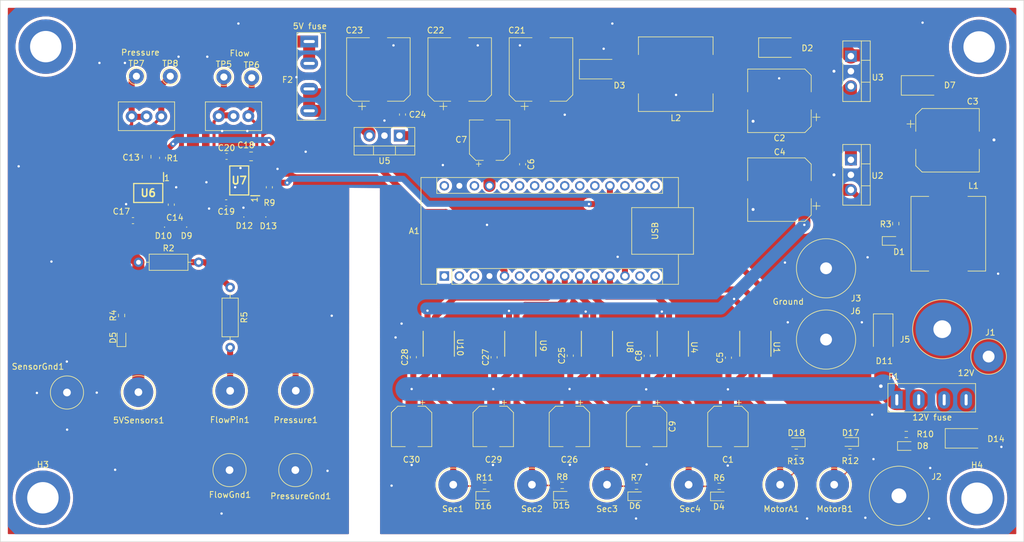
<source format=kicad_pcb>
(kicad_pcb (version 20240108) (generator "pcbnew") (generator_version "8.0")
  (title_block (title "RC14") (date "2023-09-26"))
  (layers (0 "F.Cu" signal) (31 "B.Cu" signal) (34 "B.Paste" user) (35 "F.Paste" user) (36 "B.SilkS" user "B.Silkscreen") (37 "F.SilkS" user "F.Silkscreen") (38 "B.Mask" user) (39 "F.Mask" user) (44 "Edge.Cuts" user))
  (net 0 "")
  (net 1 "GND")
  (net 2 "+5V")
  (net 3 "+12V")
  (net 4 "Net-(D3-K)")
  (net 5 "Net-(U6A-+)")
  (net 6 "Net-(A1-D8)")
  (net 7 "Net-(U7A-+)")
  (net 8 "Net-(U5-VO)")
  (net 9 "Net-(D1-A)")
  (net 10 "Net-(D2-A)")
  (net 11 "M1B")
  (net 12 "M1A")
  (net 13 "S1")
  (net 14 "S2")
  (net 15 "S3")
  (net 16 "S4")
  (net 17 "FlowSensor")
  (net 18 "Net-(A1-D5)")
  (net 21 "PressureSensor")
  (net 22 "Net-(A1-D7)")
  (net 23 "Net-(A1-D6)")
  (net 26 "FlowPin")
  (net 27 "Net-(U6A--)")
  (net 28 "Net-(U6B--)")
  (net 29 "PressurePin")
  (net 30 "Net-(U7A--)")
  (net 31 "Net-(U7B--)")
  (net 37 "Net-(A1-D9)")
  (net 44 "Net-(D11-K)")
  (net 45 "Net-(D5-A)")
  (net 46 "Net-(D8-A)")
  (net 47 "Net-(D2-K)")
  (net 52 "+5VA")
  (net 53 "Net-(D10-K)")
  (net 54 "Net-(U2-VI)")
  (net 55 "Net-(J1-Pin_1)")
  (net 64 "Net-(A1-D10)")
  (net 65 "Net-(U6B-+)")
  (net 66 "Net-(D4-A)")
  (net 67 "Net-(D6-A)")
  (net 68 "Net-(D15-A)")
  (net 69 "Net-(D16-A)")
  (net 70 "Net-(D17-A)")
  (net 71 "Net-(D18-A)")
  (footprint "Package_TO_SOT_THT:TO-220-3_Vertical" (layer "F.Cu") (at 176.555 59.96 -90)
    (property "Reference" "U2")
    (property "Value" "LM7805_TO220")
  )
  (footprint "RC17Footprints:PowerPin" (layer "F.Cu") (at 199.7964 93.1926)
    (property "Reference" "J1")
    (property "Value" "12V")
  )
  (footprint "Capacitor_SMD:CP_Elec_10x10.5" (layer "F.Cu") (at 164.5 50 180)
    (property "Reference" "C2")
    (property "Value" "470uF")
  )
  (footprint "RC17Footprints:SolderWirePad16" (layer "F.Cu") (at 44.2722 99.2632)
    (property "Reference" "SensorGnd1")
    (property "Value" "WirePad" (hide yes))
  )
  (footprint "MountingHole:MountingHole_5.3mm_M5_DIN965_Pad" (layer "F.Cu") (at 40.6908 40.8432)
    (property "Reference" "H2" (hide yes))
    (property "Value" "MountingHole")
  )
  (footprint "RC17Footprints:SolderWirePad16" (layer "F.Cu") (at 71.8058 98.9838)
    (property "Reference" "FlowPin1")
    (property "Value" "Flow In" (hide yes))
  )
  (footprint "RC17Footprints:DRV8251ADDR" (layer "F.Cu") (at 120.7664 91.0336 -90)
    (property "Reference" "U9")
    (property "Value" "DRV8870DDA" (hide yes))
  )
  (footprint "RC17Footprints:Potentiometer" (layer "F.Cu") (at 55.1872 52.628 -90)
    (property "Reference" "RV3" (hide yes))
    (property "Value" "10K")
  )
  (footprint "Resistor_SMD:R_0603_1608Metric" (layer "F.Cu") (at 53.4924 86.2585 90)
    (property "Reference" "R4")
    (property "Value" "470")
  )
  (footprint "RC17Footprints:Potentiometer" (layer "F.Cu") (at 74.8751 52.578 90)
    (property "Reference" "RV4" (hide yes))
    (property "Value" "10k")
  )
  (footprint "RC17Footprints:SOD-323" (layer "F.Cu") (at 59.6477 71.331 180)
    (property "Reference" "D10")
    (property "Value" "BAT42")
  )
  (footprint "Resistor_SMD:R_0603_1608Metric" (layer "F.Cu") (at 185.9 106.35)
    (property "Reference" "R10")
    (property "Value" "2.2K")
  )
  (footprint "RC17Footprints:SolderWirePad16" (layer "F.Cu") (at 173.736 114.8334)
    (property "Reference" "MotorB1")
    (property "Value" "Motor B" (hide yes))
  )
  (footprint "RC17Footprints:TMPA1265SP-101MN-D" (layer "F.Cu") (at 193 72.45 90)
    (property "Reference" "L1")
    (property "Value" "SMDRI127-680MT" (hide yes))
  )
  (footprint "Resistor_THT:R_Axial_DIN0207_L6.3mm_D2.5mm_P10.16mm_Horizontal" (layer "F.Cu") (at 56.3372 77.2668)
    (property "Reference" "R2")
    (property "Value" "1k")
  )
  (footprint "MountingHole:MountingHole_5.3mm_M5_DIN965_Pad" (layer "F.Cu") (at 40.2082 117.0432)
    (property "Reference" "H3")
    (property "Value" "MountingHole")
  )
  (footprint "Resistor_SMD:R_0603_1608Metric" (layer "F.Cu") (at 127.8382 114.9604)
    (property "Reference" "R8")
    (property "Value" "2.2K")
  )
  (footprint "Resistor_SMD:R_0603_1608Metric" (layer "F.Cu") (at 184.126404 70.739461 90)
    (property "Reference" "R3")
    (property "Value" "470")
  )
  (footprint "RC17Footprints:SolderWirePad16" (layer "F.Cu") (at 82.804 112.3696)
    (property "Reference" "PressureGnd1")
    (property "Value" "WirePad" (hide yes))
  )
  (footprint "Capacitor_SMD:C_0603_1608Metric" (layer "F.Cu") (at 61.8744 67.5386 -90)
    (property "Reference" "C14")
    (property "Value" "0.1uF")
  )
  (footprint "RC17Footprints:SOIC127P600X175-8N" (layer "F.Cu") (at 73.3374 63.4492 180)
    (property "Reference" "U7")
    (property "Value" "MCP6002-xP" (hide yes))
  )
  (footprint "RC17Footprints:SolderWirePad16" (layer "F.Cu") (at 149.1742 114.8334)
    (property "Reference" "Sec4")
    (property "Value" "Sec 4" (hide yes))
  )
  (footprint "RC17Footprints:SolderWirePad16" (layer "F.Cu") (at 82.8802 98.9584)
    (property "Reference" "Pressure1")
    (property "Value" "Pressure" (hide yes))
  )
  (footprint "Capacitor_SMD:C_0603_1608Metric" (layer "F.Cu") (at 116.3516 93.32565 90)
    (property "Reference" "C27")
    (property "Value" "0.1uF")
  )
  (footprint "Capacitor_SMD:C_0603_1608Metric" (layer "F.Cu") (at 100.892 52.32 -90)
    (property "Reference" "C24")
    (property "Value" "0.1uF")
  )
  (footprint "LED_SMD:LED_0603_1608Metric" (layer "F.Cu") (at 167.3484 107.6706 180)
    (property "Reference" "D18")
    (property "Value" "LED")
  )
  (footprint "RC17Footprints:PowerPin" (layer "F.Cu") (at 172.3644 78.2828)
    (property "Reference" "J3")
    (property "Value" "Ground")
  )
  (footprint "Capacitor_SMD:CP_Elec_6.3x5.4" (layer "F.Cu") (at 142.0812 104.9976 -90)
    (property "Reference" "C9")
    (property "Value" "47uF")
  )
  (footprint "MountingHole:MountingHole_5.3mm_M5_DIN965_Pad" (layer "F.Cu") (at 198.1962 40.894)
    (property "Reference" "H1" (hide yes))
    (property "Value" "MountingHole")
  )
  (footprint "Module:Arduino_Nano" (layer "F.Cu") (at 107.95 79.5936 90)
    (property "Reference" "A1")
    (property "Value" "Arduino_Nano_v3.x")
  )
  (footprint "Capacitor_SMD:C_0603_1608Metric" (layer "F.Cu") (at 129.204 93.0454 90)
    (property "Reference" "C25")
    (property "Value" "0.1uF")
  )
  (footprint "TestPoint:TestPoint_THTPad_D2.5mm_Drill1.2mm" (layer "F.Cu") (at 75.4431 46.101)
    (property "Reference" "TP6")
    (property "Value" "Pressure Ohms2" (hide yes))
  )
  (footprint "Capacitor_SMD:CP_Elec_6.3x5.4" (layer "F.Cu") (at 155.8082 104.9976 -90)
    (property "Reference" "C1")
    (property "Value" "47uF")
  )
  (footprint "LED_SMD:LED_0603_1608Metric" (layer "F.Cu") (at 53.467 90.0177 90)
    (property "Reference" "D5")
    (property "Value" "LED")
  )
  (footprint "RC17Footprints:PowerPin" (layer "F.Cu") (at 191.9732 88.5698)
    (property "Reference" "J5")
    (property "Value" "12V")
  )
  (footprint "LED_SMD:LED_0603_1608Metric" (layer "F.Cu") (at 114.7572 116.7384)
    (property "Reference" "D16")
    (property "Value" "LED")
  )
  (footprint "RC17Footprints:SOD-323" (layer "F.Cu") (at 63.3779 71.3232 180)
    (property "Reference" "D9")
    (property "Value" "BAT42")
  )
  (footprint "TestPoint:TestPoint_THTPad_D2.5mm_Drill1.2mm" (layer "F.Cu") (at 61.7042 45.847)
    (property "Reference" "TP8")
    (property "Value" "Flow Ohms2" (hide yes))
  )
  (footprint "LED_SMD:LED_0603_1608Metric" (layer "F.Cu") (at 185.9159 108.3)
    (property "Reference" "D8")
    (property "Value" "LED")
  )
  (footprint "Capacitor_SMD:C_0603_1608Metric" (layer "F.Cu") (at 78.4174 64.6052 -90)
    (property "Reference" "R9")
    (property "Value" "470")
  )
  (footprint "TestPoint:TestPoint_THTPad_D2.5mm_Drill1.2mm" (layer "F.Cu") (at 55.9892 45.847)
    (property "Reference" "TP7")
    (property "Value" "Flow Ohms1" (hide yes))
  )
  (footprint "Resistor_SMD:R_0603_1608Metric" (layer "F.Cu") (at 176.403 109.3216 180)
    (property "Reference" "R12")
    (property "Value" "2.2K")
  )
  (footprint "Capacitor_SMD:C_0603_1608Metric" (layer "F.Cu") (at 71.1374 67.2242 180)
    (property "Reference" "C19")
    (property "Value" "0.1uF")
  )
  (footprint "Package_TO_SOT_THT:TO-220-3_Vertical" (layer "F.Cu") (at 100.384 55.876 180)
    (property "Reference" "U5")
    (property "Value" "LM7805_TO220")
  )
  (footprint "Resistor_SMD:R_0603_1608Metric" (layer "F.Cu") (at 114.7318 115.062)
    (property "Reference" "R11")
    (property "Value" "2.2K")
  )
  (footprint "LED_SMD:LED_0603_1608Metric" (layer "F.Cu") (at 140.4112 116.7892)
    (property "Reference" "D6")
    (property "Value" "LED")
  )
  (footprint "RC17Footprints:SolderWirePad16" (layer "F.Cu") (at 135.4074 114.8334)
    (property "Reference" "Sec3")
    (property "Value" "Sec 3" (hide yes))
  )
  (footprint "RC17Footprints:SolderWirePad16" (layer "F.Cu") (at 122.7328 114.8334)
    (property "Reference" "Sec2")
    (property "Value" "~" (hide yes))
  )
  (footprint "MountingHole:MountingHole_5.3mm_M5_DIN965_Pad" (layer "F.Cu") (at 197.8406 117.1194)
    (property "Reference" "H4")
    (property "Value" "MountingHole")
  )
  (footprint "LED_SMD:LED_0603_1608Metric" (layer "F.Cu") (at 154.3558 116.8146)
    (property "Reference" "D4")
    (property "Value" "LED")
  )
  (footprint "Capacitor_SMD:CP_Elec_10x10.5" (layer "F.Cu") (at 96.828 44.7 90)
    (property "Reference" "C23")
    (property "Value" "470uF")
  )
  (footprint "LED_SMD:LED_0603_1608Metric" (layer "F.Cu") (at 183.3371 73.66)
    (property "Reference" "D1")
    (property "Value" "LED")
  )
  (footprint "Package_TO_SOT_THT:TO-220-3_Vertical" (layer "F.Cu") (at 176.555 42.46 -90)
    (property "Reference" "U3")
    (property "Value" "LM7809_TO220")
  )
  (footprint "Capacitor_SMD:CP_Elec_10x10.5" (layer "F.Cu") (at 164.5 65 180)
    (property "Reference" "C4")
    (property "Value" "470uF")
  )
  (footprint "RC17Footprints:SolderWirePad16" (layer "F.Cu") (at 109.4486 114.8334)
    (property "Reference" "Sec1")
    (property "Value" "~" (hide yes))
  )
  (footprint "RC17Footprints:Fuse_Holder_C492610" (layer "F.Cu") (at 87.894 38.484 -90)
    (property "Reference" "F2")
    (property "Value" "C492610")
  )
  (footprint "RC17Footprints:SOD-323" (layer "F.Cu") (at 75.2119 69.6214)
    (property "Reference" "D12")
    (property "Value" "BAT42")
  )
  (footprint "Capacitor_SMD:CP_Elec_10x10.5" (layer "F.Cu") (at 192.8622 56.6674)
    (property "Reference" "C3")
    (property "Value" "470uF")
  )
  (footprint "Capacitor_SMD:CP_Elec_6.3x5.4" (layer "F.Cu") (at 102.4204 104.9976 -90)
    (property "Reference" "C30")
    (property "Value" "47uF")
  )
  (footprint "Capacitor_SMD:C_0603_1608Metric" (layer "F.Cu") (at 102.717 93.30185 90)
    (property "Reference" "C28")
    (property "Value" "0.1uF")
  )
  (footprint "Capacitor_SMD:CP_Elec_10x10.5" (layer "F.Cu") (at 110.544 44.7 90)
    (property "Reference" "C22")
    (property "Value" "470uF")
  )
  (footprint "Capacitor_SMD:CP_Elec_6.3x5.4" (layer "F.Cu") (at 115.5954 56.642 90)
    (property "Reference" "C7")
    (property "Value" "47uF")
  )
  (footprint "Capacitor_SMD:CP_Elec_6.3x5.4" (layer "F.Cu") (at 129.0574 104.9976 -90)
    (property "Reference" "C26")
    (property "Value" "47uF")
  )
  (footprint "TestPoint:TestPoint_THTPad_D2.5mm_Drill1.2mm" (layer "F.Cu") (at 70.7441 45.974)
    (property "Reference" "TP5")
    (property "Value" "Pressure Ohms1" (hide yes))
  )
  (footprint "RC17Footprints:PowerPin" (layer "F.Cu") (at 172.3644 90.3224)
    (property "Reference" "J6")
    (property "Value" "Ground")
  )
  (footprint "Diode_SMD:D_SMA" (layer "F.Cu") (at 164.5 41)
    (property "Reference" "D2")
    (property "Value" "SS26")
  )
  (footprint "Resistor_SMD:R_0603_1608Metric" (layer "F.Cu") (at 154.3304 115.1128)
    (property "Reference" "R6")
    (property "Value" "2.2K")
  )
  (footprint "Resistor_THT:R_Axial_DIN0207_L6.3mm_D2.5mm_P10.16mm_Horizontal" (layer "F.Cu") (at 71.8058 81.5038 -90)
    (property "Reference" "R5")
    (property "Value" "100")
  )
  (footprint "Capacitor_SMD:CP_Elec_6.3x5.4" (layer "F.Cu") (at 116.205 104.9976 -90)
    (property "Reference" "C29")
    (property "Value" "47uF")
  )
  (footprint "RC17Footprints:TMPA1265SP-101MN-D" (layer "F.Cu") (at 147 45.5 180)
    (property "Reference" "L2")
    (property "Value" "SMDRI127-680MT")
  )
  (footprint "Resistor_SMD:R_0603_1608Metric" (layer "F.Cu") (at 140.3858 115.0874)
    (property "Reference" "R7")
    (property "Value" "2.2K")
  )
  (footprint "RC17Footprints:SOD-323" (layer "F.Cu") (at 78.9203 69.6214)
    (property "Reference" "D13")
    (property "Value" "BAT42")
  )
  (footprint "Diode_SMD:D_SMA" (layer "F.Cu") (at 134.25 44.65)
    (property "Reference" "D3")
    (property "Value" "SS26")
  )
  (footprint "Diode_SMD:D_SMA" (layer "F.Cu") (at 182 89.5 -90)
    (property "Reference" "D11")
    (property "Value" "SS26")
  )
  (footprint "RC17Footprints:DRV8251ADDR" (layer "F.Cu") (at 133.704 91.0336 -90)
    (property "Reference" "U8")
    (property "Value" "DRV8870DDA")
  )
  (footprint "RC17Footprints:SolderWirePad16" (layer "F.Cu") (at 164.6174 114.8334)
    (property "Reference" "MotorA1")
    (property "Value" "Motor A" (hide yes))
  )
  (footprint "Diode_SMD:D_SMA" (layer "F.Cu") (at 188.5696 47.3964)
    (property "Reference" "D7")
    (property "Value" "SS26")
  )
  (footprint "RC17Footprints:SolderWirePad16" (layer "F.Cu") (at 56.3292 99.2044)
    (property "Reference" "5VSensors1")
    (property "Value" "WirePad" (hide yes))
  )
  (footprint "Capacitor_SMD:C_0603_1608Metric" (layer "F.Cu") (at 71.1984 59.3852)
    (property "Reference" "C20")
    (property "Value" "0.1uF")
  )
  (footprint "LED_SMD:LED_0603_1608Metric" (layer "F.Cu") (at 127.8636 116.713)
    (property "Reference" "D15")
    (property "Value" "LED")
  )
  (footprint "Capacitor_SMD:CP_Elec_10x10.5" (layer "F.Cu") (at 124.26 44.7 90)
    (property "Reference" "C21")
    (property "Value" "470uF")
  )
  (footprint "LED_SMD:LED_0603_1608Metric" (layer "F.Cu") (at 176.3523 107.6198 180)
    (property "Reference" "D17")
    (property "Value" "LED")
  )
  (footprint "Capacitor_SMD:C_0805_2012Metric" (layer "F.Cu") (at 75.3414 59.3852 180)
    (property "Reference" "C18")
    (property "Value" "1uF" (hide yes))
  )
  (footprint "RC17Footprints:PowerPin" (layer "F.Cu") (at 184.658 116.713)
    (property "Reference" "J2")
    (property "Value" "Ground")
  )
  (footprint "RC17Footprints:DRV8251ADDR" (layer "F.Cu") (at 160.4264 91.0336 -90)
    (property "Reference" "U1")
    (property "Value" "DRV8870DDA")
  )
  (footprint "RC17Footprints:Fuse_Holder_C492610" (layer "F.Cu") (at 182.8 97.75)
    (property "Reference" "F1")
    (property "Value" "C492610")
  )
  (footprint "Capacitor_SMD:C_0603_1608Metric" (layer "F.Cu") (at 55.4102 70.231 180)
    (property "Reference" "C17")
    (property "Value" "0.1uF")
  )
  (footprint "RC17Footprints:DRV8251ADDR" (layer "F.Cu") (at 146.5072 91.0336 -90)
    (property "Reference" "U4")
    (property "Value" "DRV8870DDA")
  )
  (footprint "Capacitor_SMD:C_0805_2012Metric" (layer "F.Cu") (at 57.7102 59.4418 90)
    (property "Reference" "C13")
    (property "Value" "1uF" (hide yes))
  )
  (footprint "RC17Footprints:DRV8251ADDR" (layer "F.Cu") (at 107.0102 91.0336 -90)
    (property "Reference" "U10")
    (property "Value" "DRV8870DDA")
  )
  (footprint "Diode_SMD:D_SMA" (layer "F.Cu") (at 195.9864 107.0102)
    (property "Reference" "D14")
    (property "Value" "SS26")
  )
  (footprint "Capacitor_SMD:C_0603_1608Metric" (layer "F.Cu") (at 142.1892 93.0656 90)
    (property "Reference" "C8")
    (property "Value" "0.1uF")
  )
  (footprint "Capacitor_SMD:C_0603_1608Metric" (layer "F.Cu") (at 60.4102 59.6418 -90)
    (property "Reference" "R1")
    (property "Value" "470" (hide yes))
  )
  (footprint "Capacitor_SMD:C_0603_1608Metric" (layer "F.Cu") (at 121.158 60.7184 -90)
    (property "Reference" "C6")
    (property "Value" "0.1uF")
  )
  (footprint "Capacitor_SMD:C_0603_1608Metric" (layer "F.Cu") (at 155.8908 93.3866 90)
    (property "Reference" "C5")
    (property "Value" "0.1uF")
  )
  (footprint "Resistor_SMD:R_0603_1608Metric" (layer "F.Cu") (at 167.3352 109.347 180)
    (property "Reference" "R13")
    (property "Value" "2.2K")
  )
  (footprint "RC17Footprints:SolderWirePad16" (layer "F.Cu") (at 71.7042 112.3696)
    (property "Reference" "FlowGnd1")
    (property "Value" "WirePad" (hide yes))
  )
  (footprint "RC17Footprints:SOIC127P600X175-8N" (layer "F.Cu") (at 57.9852 65.5668 -90)
    (property "Reference" "U6")
    (property "Value" "MCP6002-xP" (hide yes))
  )
  (gr_line (start 33.02 33.02) (end 205.74 33.02) (stroke (width 0.1)) (layer "Edge.Cuts"))
  (gr_line (start 33.02 124.46) (end 33.02 33.02) (stroke (width 0.1)) (layer "Edge.Cuts"))
  (gr_line (start 205.74 124.46) (end 33.02 124.46) (stroke (width 0.1)) (layer "Edge.Cuts"))
  (gr_line (start 205.74 124.46) (end 205.74 33.02) (stroke (width 0.1)) (layer "Edge.Cuts"))
  (gr_text "Flow" (at 71.6461 42.548 0) (layer "F.SilkS") (effects (font (size 1 1)) (justify left bottom)))
  (gr_text "12V fuse" (at 186.85 104.05 0) (layer "F.SilkS") (effects (font (size 1 1)) (justify left bottom)))
  (gr_text "5V fuse" (at 82.308123 37.971287 0) (layer "F.SilkS") (effects (font (size 1 1)) (justify left bottom)))
  (gr_text "Pressure" (at 53.3222 42.418 0) (layer "F.SilkS") (effects (font (size 1 1)) (justify left bottom)))
  (gr_text "1" (at 60.5652 63.6168 0) (layer "F.SilkS") (effects (font (size 1 1)) (justify left bottom)))
  (gr_text "1" (at 76.5124 67.2592 90) (layer "F.SilkS") (effects (font (size 1 1)) (justify left bottom)))
  (gr_text "Ground" (at 163.2712 84.5058 0) (layer "F.SilkS") (effects (font (size 1 1)) (justify left bottom)))
  (gr_text "12V" (at 194.5132 96.5454 0) (layer "F.SilkS") (effects (font (size 1 1)) (justify left bottom)))
  (segment (start 155.8082 111.5776) (end 155.7782 111.6076) (width 2.032) (layer "F.Cu") (net 1))
  (segment (start 160.05 65.5) (end 160.05 68.4) (width 3.048) (layer "F.Cu") (net 1))
  (segment (start 116.205 107.7976) (end 116.205 111.4552) (width 2.032) (layer "F.Cu") (net 1))
  (segment (start 142.0812 107.7976) (end 142.0812 111.4108) (width 2.032) (layer "F.Cu") (net 1))
  (segment (start 98.085 53.095) (end 97.844 53.336) (width 1.016) (layer "F.Cu") (net 1))
  (segment (start 160.05 50.6) (end 160.05 53.5) (width 3.048) (layer "F.Cu") (net 1))
  (segment (start 155.8082 107.7976) (end 155.8082 111.5776) (width 2.032) (layer "F.Cu") (net 1))
  (segment (start 120.704 40.636) (end 120.84 40.5) (width 2.032) (layer "F.Cu") (net 1))
  (segment (start 97.844 55.876) (end 97.844 53.336) (width 1.524) (layer "F.Cu") (net 1))
  (segment (start 116.205 111.4552) (end 116.1542 111.506) (width 2.032) (layer "F.Cu") (net 1))
  (segment (start 71.9734 59.3852) (end 74.3914 59.3852) (width 0.508) (layer "F.Cu") (net 1))
  (segment (start 134.862 41.2304) (end 134.8366 41.205) (width 1.524) (layer "F.Cu") (net 1))
  (segment (start 106.616 40.5) (end 110.544 40.5) (width 2.032) (layer "F.Cu") (net 1))
  (segment (start 102.4204 107.7976) (end 102.4204 111.4882) (width 2.032) (layer "F.Cu") (net 1))
  (segment (start 176.55 45) (end 173.65 45) (width 1.524) (layer "F.Cu") (net 1))
  (segment (start 124.26 40.5) (end 134.1316 40.5) (width 2.032) (layer "F.Cu") (net 1))
  (segment (start 136.25 44.65) (end 136.25 42.6184) (width 2.032) (layer "F.Cu") (net 1))
  (segment (start 74.3914 59.3852) (end 74.3914 61.2952) (width 0.508) (layer "F.Cu") (net 1))
  (segment (start 102.4204 111.4882) (end 102.4382 111.506) (width 2.032) (layer "F.Cu") (net 1))
  (segment (start 74.3914 61.2952) (end 74.6404 61.5442) (width 0.508) (layer "F.Cu") (net 1))
  (segment (start 134.1316 40.5) (end 134.8366 41.205) (width 2.032) (layer "F.Cu") (net 1))
  (segment (start 129.0574 107.7976) (end 129.0574 111.4044) (width 2.032) (layer "F.Cu") (net 1))
  (segment (start 142.0622 111.4298) (end 142.0812 111.4108) (width 2.032) (layer "F.Cu") (net 1))
  (segment (start 120.84 40.5) (end 124.26 40.5) (width 2.032) (layer "F.Cu") (net 1))
  (segment (start 176.55 62.5) (end 173.65 62.5) (width 2.032) (layer "F.Cu") (net 1))
  (segment (start 99.504 40.5) (end 107.868 40.5) (width 2.032) (layer "F.Cu") (net 1))
  (segment (start 136.25 42.6184) (end 134.862 41.2304) (width 2.032) (layer "F.Cu") (net 1))
  (segment (start 197.85 56.6) (end 200.75 56.6) (width 3.048) (layer "F.Cu") (net 1))
  (segment (start 74.6404 61.5442) (end 76.0374 61.5442) (width 0.508) (layer "F.Cu") (net 1))
  (segment (start 113.728 40.5) (end 120.568 40.5) (width 2.032) (layer "F.Cu") (net 1))
  (segment (start 113.456 40.5) (end 113.592 40.636) (width 2.032) (layer "F.Cu") (net 1))
  (segment (start 110.544 40.5) (end 113.456 40.5) (width 2.032) (layer "F.Cu") (net 1))
  (segment (start 120.568 40.5) (end 120.704 40.636) (width 2.032) (layer "F.Cu") (net 1))
  (segment (start 100.892 53.095) (end 98.085 53.095) (width 1.016) (layer "F.Cu") (net 1))
  (segment (start 129.0574 111.4044) (end 129.1336 111.4806) (width 2.032) (layer "F.Cu") (net 1))
  (segment (start 113.592 40.636) (end 113.728 40.5) (width 2.032) (layer "F.Cu") (net 1))
  (segment (start 96.828 40.5) (end 99.232 40.5) (width 2.032) (layer "F.Cu") (net 1))
  (via (at 173.7 45) (size 2) (drill 0.5) (layers "F.Cu" "B.Cu") (net 1))
  (via (at 188.65 36.8) (size 0.8) (drill 0.4) (layers "F.Cu" "B.Cu") (net 1))
  (via (at 140.3 120.55) (size 0.8) (drill 0.4) (layers "F.Cu" "B.Cu") (net 1))
  (via (at 84.55 58.6) (size 0.8) (drill 0.4) (layers "F.Cu" "B.Cu") (net 1))
  (via (at 67.95 42.55) (size 0.8) (drill 0.4) (layers "F.Cu" "B.Cu") (net 1))
  (via (at 189.9412 112.014) (size 0.8) (drill 0.4) (layers "F.Cu" "B.Cu") (net 1))
  (via (at 74.7 55.1) (size 0.8) (drill 0.4) (layers "F.Cu" "B.Cu") (net 1))
  (via (at 49.2968 99.2882) (size 0.8) (drill 0.4) (layers "F.Cu" "B.Cu") (net 1))
  (via (at 178.4026 87.4086) (size 0.8) (drill 0.4) (layers "F.Cu" "B.Cu") (net 1))
  (via (at 116.1542 111.506) (size 0.8) (drill 0.4) (layers "F.Cu" "B.Cu") (net 1))
  (via (at 164.45 46.2) (size 0.8) (drill 0.4) (layers "F.Cu" "B.Cu") (net 1))
  (via (at 173.7 62.5) (size 2) (drill 0.5) (layers "F.Cu" "B.Cu") (net 1))
  (via (at 62.7 64.6) (size 0.8) (drill 0.4) (layers "F.Cu" "B.Cu") (net 1))
  (via (at 115.15 70.95) (size 0.8) (drill 0.4) (layers "F.Cu" "B.Cu") (net 1))
  (via (at 147.05 49) (size 0.8) (drill 0.4) (layers "F.Cu" "B.Cu") (net 1))
  (via (at 52.4002 112.3188) (size 0.8) (drill 0.4) (layers "F.Cu" "B.Cu") (net 1))
  (via (at 160.05 68.35) (size 2) (drill 0.5) (layers "F.Cu" "B.Cu") (net 1))
  (via (at 73.2 36.95) (size 0.8) (drill 0.4) (layers "F.Cu" "B.Cu") (net 1))
  (via (at 169.164 120.5484) (size 0.8) (drill 0.4) (layers "F.Cu" "B.Cu") (net 1))
  (via (at 88.2396 112.4966) (size 0.8) (drill 0.4) (layers "F.Cu" "B.Cu") (net 1))
  (via (at 68.25 68.2) (size 0.8) (drill 0.4) (layers "F.Cu" "B.Cu") (net 1))
  (via (at 70.45 55.1) (size 0.8) (drill 0.4) (layers "F.Cu" "B.Cu") (net 1))
  (via (at 99.368 40.636) (size 0.8) (drill 0.4) (layers "F.Cu" "B.Cu") (net 1))
  (via (at 39.1968 99.3382) (size 0.8) (drill 0.4) (layers "F.Cu" "B.Cu") (net 1))
  (via (at 79.8 61.5) (size 0.8) (drill 0.4) (layers "F.Cu" "B.Cu") (net 1))
  (via (at 165.4302 77.3176) (size 0.8) (drill 0.4) (layers "F.Cu" "B.Cu") (net 1))
  (via (at 128.27 52.3494) (size 0.8) (drill 0.4) (layers "F.Cu" "B.Cu") (net 1))
  (via (at 44.2968 105.5382) (size 0.8) (drill 0.4) (layers "F.Cu" "B.Cu") (net 1))
  (via (at 70.358 119.7102) (size 0.8) (drill 0.4) (layers "F.Cu" "B.Cu") (net 1))
  (via (at 179.3748 76.4286) (size 0.8) (drill 0.4) (layers "F.Cu" "B.Cu") (net 1))
  (via (at 136.3 36.95) (size 0.8) (drill 0.4) (layers "F.Cu" "B.Cu") (net 1))
  (via (at 72.65 64.6) (size 0.8) (drill 0.4) (layers "F.Cu" "B.Cu") (net 1))
  (via (at 41.65 77.15) (size 0.8) (drill 0.4) (layers "F.Cu" "B.Cu") (net 1))
  (via (at 54.25 67.45) (size 0.8) (drill 0.4) (layers "F.Cu" "B.Cu") (net 1))
  (via (at 99.05 115) (size 0.8) (drill 0.4) (layers "F.Cu" "B.Cu") (net 1))
  (via (at 137.2 76.35) (size 0.8) (drill 0.4) (layers "F.Cu" "B.Cu") (net 1))
  (via (at 107.7 60.85) (size 0.8) (drill 0.4) (layers "F.Cu" "B.Cu") (net 1))
  (via (at 88.95 86.3) (size 0.8) (drill 0.4) (layers "F.Cu" "B.Cu") (net 1))
  (via (at 74.05 68.05) (size 0.8) (drill 0.4) (layers "F.Cu" "B.Cu") (net 1))
  (via (at 129.1336 111.4806) (size 0.8) (drill 0.4) (layers "F.Cu" "B.Cu") (net 1))
  (via (at 120.704 40.636) (size 0.8) (drill 0.4) (layers "F.Cu" "B.Cu") (net 1))
  (via (at 180.3654 110.5154) (size 0.8) (drill 0.4) (layers "F.Cu" "B.Cu") (net 1))
  (via (at 113.592 40.636) (size 0.8) (drill 0.4) (layers "F.Cu" "B.Cu") (net 1))
  (via (at 102.4382 111.506) (size 0.8) (drill 0.4) (layers "F.Cu" "B.Cu") (net 1))
  (via (at 201.4 79.2) (size 0.8) (drill 0.4) (layers "F.Cu" "B.Cu") (net 1))
  (via (at 160.05 53.45) (size 2) (drill 0.5) (layers "F.Cu" "B.Cu") (net 1))
  (via (at 63.1 42.55) (size 0.8) (drill 0.4) (layers "F.Cu" "B.Cu") (net 1))
  (via (at 201.95 108.45) (size 0.8) (drill 0.4) (layers "F.Cu" "B.Cu") (net 1))
  (via (at 180.1368 102.997) (size 0.8) (drill 0.4) (layers "F.Cu" "B.Cu") (net 1))
  (via (at 134.8366 41.205) (size 0.8) (drill 0.4) (layers "F.Cu" "B.Cu") (net 1))
  (via (at 83 46) (size 0.8) (drill 0.4) (layers "F.Cu" "B.Cu") (net 1))
  (via (at 165.9058 87.4086) (size 0.8) (drill 0.4) (layers "F.Cu" "B.Cu") (net 1))
  (via (at 73.55 61.35) (size 0.8) (drill 0.4) (layers "F.Cu" "B.Cu") (net 1))
  (via (at 200.7 56.6) (size 2) (drill 0.5) (layers "F.Cu" "B.Cu") (net 1))
  (via (at 189.75 120.55) (size 0.8) (drill 0.4) (layers "F.Cu" "B.Cu") (net 1))
  (via (at 54.05 43.6) (size 0.8) (drill 0.4) (layers "F.Cu" "B.Cu") (net 1))
  (via (at 44.2468 94.0382) (size 0.8) (drill 0.4) (layers "F.Cu" "B.Cu") (net 1))
  (via (at 49.75 43.6) (size 0.8) (drill 0.4) (layers "F.Cu" "B.Cu") (net 1))
  (via (at 178.9938 120.4214) (size 0.8) (drill 0.4) (layers "F.Cu" "B.Cu") (net 1))
  (via (at 99.7204 89.9668) (size 0.8) (drill 0.4) (layers "F.Cu" "B.Cu") (net 1))
  (via (at 155.7782 111.6076) (size 0.8) (drill 0.4) (layers "F.Cu" "B.Cu") (net 1))
  (via (at 36.1188 61.0616) (size 0.8) (drill 0.4) (layers "F.Cu" "B.Cu") (net 1))
  (via (at 67.8 63.75) (size 0.8) (drill 0.4) (layers "F.Cu" "B.Cu") (net 1))
  (via (at 97.844 53.336) (size 0.8) (drill 0.4) (layers "F.Cu" "B.Cu") (net 1))
  (via (at 100.7364 87.63) (size 0.8) (drill 0.4) (layers "F.Cu" "B.Cu") (net 1))
  (via (at 142.0812 111.4108) (size 0.8) (drill 0.4) (layers "F.Cu" "B.Cu") (net 1))
  (segment (start 131.799 88.30945) (end 131.799 85.5996) (width 1.016) (layer "F.Cu") (net 2))
  (segment (start 115.57 64.37) (end 115.57 59.4674) (width 2.032) (layer "F.Cu") (net 2))
  (segment (start 166.5 65) (end 166.5 64.4174) (width 2.032) (layer "F.Cu") (net 2))
  (segment (start 156.591 54.5084) (end 126.0602 54.5084) (width 2.032) (layer "F.Cu") (net 2))
  (segment (start 118.8614 88.30945) (end 118.8614 85.4816) (width 1.016) (layer "F.Cu") (net 2))
  (segment (start 126.0602 54.5084) (end 121.158 59.4106) (width 2.032) (layer "F.Cu") (net 2))
  (segment (start 121.1834 59.576) (end 115.7294 59.576) (width 2.032) (layer "F.Cu") (net 2))
  (segment (start 158.5214 88.30945) (end 158.5214 85.1408) (width 1.016) (layer "F.Cu") (net 2))
  (segment (start 121.158 59.4106) (end 121.158 59.6008) (width 2.032) (layer "F.Cu") (net 2))
  (segment (start 131.799 85.5996) (end 131.8006 85.598) (width 1.016) (layer "F.Cu") (net 2))
  (segment (start 166.5 64.4174) (end 156.591 54.5084) (width 2.032) (layer "F.Cu") (net 2))
  (segment (start 105.1052 88.30945) (end 105.1052 85.4456) (width 1.016) (layer "F.Cu") (net 2))
  (segment (start 168.7 65) (end 166.5 65) (width 1.016) (layer "F.Cu") (net 2))
  (segment (start 144.6022 85.6488) (end 144.653 85.598) (width 1.016) (layer "F.Cu") (net 2))
  (segment (start 168.7 70.95) (end 168.7 65) (width 2.032) (layer "F.Cu") (net 2))
  (segment (start 176.555 65.04) (end 168.74 65.04) (width 2.032) (layer "F.Cu") (net 2))
  (segment (start 144.6022 88.30945) (end 144.6022 85.6488) (width 1.016) (layer "F.Cu") (net 2))
  (segment (start 181.429461 69.914461) (end 176.555 65.04) (width 1.016) (layer "F.Cu") (net 2))
  (segment (start 184.126404 69.914461) (end 181.429461 69.914461) (width 1.016) (layer "F.Cu") (net 2))
  (segment (start 158.5214 85.1408) (end 156.845 83.4644) (width 1.016) (layer "F.Cu") (net 2))
  (via (at 131.8006 85.598) (size 0.8) (drill 0.4) (layers "F.Cu" "B.Cu") (net 2))
  (via (at 144.653 85.598) (size 0.8) (drill 0.4) (layers "F.Cu" "B.Cu") (net 2))
  (via (at 168.7 70.95) (size 0.8) (drill 0.4) (layers "F.Cu" "B.Cu") (net 2))
  (via (at 156.845 83.4644) (size 0.8) (drill 0.4) (layers "F.Cu" "B.Cu") (net 2))
  (via (at 105.1052 85.4456) (size 0.8) (drill 0.4) (layers "F.Cu" "B.Cu") (net 2))
  (via (at 118.8614 85.4816) (size 0.8) (drill 0.4) (layers "F.Cu" "B.Cu") (net 2))
  (segment (start 154.5854 85.0646) (end 168.7 70.95) (width 2.032) (layer "B.Cu") (net 2))
  (segment (start 104.902 85.0646) (end 154.5854 85.0646) (width 2.032) (layer "B.Cu") (net 2))
  (segment (start 155.8082 102.1976) (end 155.8082 98.7344) (width 2.032) (layer "F.Cu") (net 3))
  (segment (start 144.6022 93.75775) (end 144.6022 96.139) (width 1.016) (layer "F.Cu") (net 3))
  (segment (start 155.8908 98.6426) (end 155.8036 98.7298) (width 1.016) (layer "F.Cu") (net 3))
  (segment (start 184.3 100.5) (end 182 98.2) (width 3.5) (layer "F.Cu") (net 3))
  (segment (start 191.0102 107.0102) (end 193.9864 107.0102) (width 2.032) (layer "F.Cu") (net 3))
  (segment (start 131.799 95.9628) (end 129.0828 98.679) (width 1.016) (layer "F.Cu") (net 3))
  (segment (start 185.075 106.35) (end 185.075 105.875) (width 1.016) (layer "F.Cu") (net 3))
  (segment (start 116.3516 94.10065) (end 116.3516 98.5324) (width 1.016) (layer "F.Cu") (net 3))
  (segment (start 158.5214 93.75775) (end 158.5214 96.012) (width 1.016) (layer "F.Cu") (net 3))
  (segment (start 129.0574 98.7044) (end 129.0828 98.679) (width 2.032) (layer "F.Cu") (net 3))
  (segment (start 131.799 93.75775) (end 131.799 95.9628) (width 1.016) (layer "F.Cu") (net 3))
  (segment (start 102.717 98.4002) (end 102.4382 98.679) (width 1.016) (layer "F.Cu") (net 3))
  (segment (start 142.0812 102.1976) (end 142.0812 98.7996) (width 2.032) (layer "F.Cu") (net 3))
  (segment (start 144.6022 96.139) (end 142.0114 98.7298) (width 1.016) (layer "F.Cu") (net 3))
  (segment (start 105.1052 93.75775) (end 105.1052 96.012) (width 1.016) (layer "F.Cu") (net 3))
  (segment (start 142.0812 98.7996) (end 142.0114 98.7298) (width 2.032) (layer "F.Cu") (net 3))
  (segment (start 116.205 102.1976) (end 116.205 98.679) (width 2.032) (layer "F.Cu") (net 3))
  (segment (start 102.4204 98.6968) (end 102.4382 98.679) (width 2.032) (layer "F.Cu") (net 3))
  (segment (start 116.3516 98.5324) (end 116.205 98.679) (width 1.016) (layer "F.Cu") (net 3))
  (segment (start 118.8614 96.0226) (end 116.205 98.679) (width 1.016) (layer "F.Cu") (net 3))
  (segment (start 155.8082 98.7344) (end 155.8036 98.7298) (width 2.032) (layer "F.Cu") (net 3))
  (segment (start 185.075 105.875) (end 186.95 104) (width 1.016) (layer "F.Cu") (net 3))
  (segment (start 155.8908 94.1616) (end 155.8908 98.6426) (width 1.016) (layer "F.Cu") (net 3))
  (segment (start 186.95 104) (end 188 104) (width 1.016) (layer "F.Cu") (net 3))
  (segment (start 182 98.2) (end 182 91.5) (width 3) (layer "F.Cu") (net 3))
  (segment (start 118.8614 93.75775) (end 118.8614 96.0226) (width 1.016) (layer "F.Cu") (net 3))
  (segment (start 129.0574 102.1976) (end 129.0574 98.7044) (width 2.032) (layer "F.Cu") (net 3))
  (segment (start 129.204 98.5578) (end 129.0828 98.679) (width 1.016) (layer "F.Cu") (net 3))
  (segment (start 142.1892 93.8406) (end 142.1892 98.552) (width 1.016) (layer "F.Cu") (net 3))
  (segment (start 184.3 100.5) (end 188 100.5) (width 3.5) (layer "F.Cu") (net 3))
  (segment (start 105.1052 96.012) (end 102.4382 98.679) (width 1.016) (layer "F.Cu") (net 3))
  (segment (start 142.1892 98.552) (end 142.0114 98.7298) (width 1.016) (layer "F.Cu") (net 3))
  (segment (start 188 104) (end 191.0102 107.0102) (width 2.032) (layer "F.Cu") (net 3))
  (segment (start 102.717 94.07685) (end 102.717 98.4002) (width 1.016) (layer "F.Cu") (net 3))
  (segment (start 129.204 93.8204) (end 129.204 98.5578) (width 1.016) (layer "F.Cu") (net 3))
  (segment (start 102.4204 102.1976) (end 102.4204 98.6968) (width 2.032) (layer "F.Cu") (net 3))
  (segment (start 158.5214 96.012) (end 155.8036 98.7298) (width 1.016) (layer "F.Cu") (net 3))
  (segment (start 188 100.5) (end 188 104) (width 2.032) (layer "F.Cu") (net 3))
  (via (at 129.0828 98.679) (size 0.8) (drill 0.4) (layers "F.Cu" "B.Cu") (net 3))
  (via (at 155.8036 98.7298) (size 0.8) (drill 0.4) (layers "F.Cu" "B.Cu") (net 3))
  (via (at 142.0114 98.7298) (size 0.8) (drill 0.4) (layers "F.Cu" "B.Cu") (net 3))
  (via (at 116.205 98.679) (size 0.8) (drill 0.4) (layers "F.Cu" "B.Cu") (net 3))
  (via (at 181.61 98.1964) (size 2) (drill 0.6) (layers "F.Cu" "B.Cu") (net 3))
  (via (at 102.4382 98.679) (size 0.8) (drill 0.4) (layers "F.Cu" "B.Cu") (net 3))
  (segment (start 181.521 98.679) (end 182 98.2) (width 4) (layer "B.Cu") (net 3))
  (segment (start 101.7016 98.679) (end 181.521 98.679) (width 4) (layer "B.Cu") (net 3))
  (segment (start 105.792 55.876) (end 110.544 51.124) (width 3.048) (layer "F.Cu") (net 4))
  (segment (start 142.05 45.5) (end 138.65 48.9) (width 3.048) (layer "F.Cu") (net 4))
  (segment (start 132.25 44.65) (end 132.25 48.85) (width 2.032) (layer "F.Cu") (net 4))
  (segment (start 124.26 48.9) (end 110.544 48.9) (width 3.048) (layer "F.Cu") (net 4))
  (segment (start 132.25 48.85) (end 132.3 48.9) (width 2.032) (layer "F.Cu") (net 4))
  (segment (start 100.384 55.876) (end 105.792 55.876) (width 1.524) (layer "F.Cu") (net 4))
  (segment (start 132.3 48.9) (end 124.26 48.9) (width 3.048) (layer "F.Cu") (net 4))
  (segment (start 110.544 51.124) (end 110.544 48.9) (width 3.048) (layer "F.Cu") (net 4))
  (segment (start 138.65 48.9) (end 132.3 48.9) (width 3.048) (layer "F.Cu") (net 4))
  (segment (start 57.7102 60.3918) (end 57.3554 60.7466) (width 0.508) (layer "F.Cu") (net 5))
  (segment (start 58.8892 59.2128) (end 58.8892 54.003) (width 0.508) (layer "F.Cu") (net 5))
  (segment (start 58.8892 54.003) (end 60.1872 52.705) (width 0.508) (layer "F.Cu") (net 5))
  (segment (start 60.1872 52.705) (end 60.1872 47.364) (width 1.016) (layer "F.Cu") (net 5))
  (segment (start 58.828867 59.273133) (end 58.8892 59.2128) (width 0.508) (layer "F.Cu") (net 5))
  (segment (start 57.7102 60.3918) (end 58.828867 59.273133) (width 0.508) (layer "F.Cu") (net 5))
  (segment (start 57.3554 60.7466) (end 57.3554 62.8616) (width 0.508) (layer "F.Cu") (net 5))
  (segment (start 60.1872 47.364) (end 61.7042 45.847) (width 1.016) (layer "F.Cu") (net 5))
  (segment (start 135.3534 83.0802) (end 133.35 81.0768) (width 1.016) (layer "F.Cu") (net 6))
  (segment (start 145.8722 88.30945) (end 145.8722 85.097516) (width 1.016) (layer "F.Cu") (net 6))
  (segment (start 133.35 81.0768) (end 133.35 79.5936) (width 1.016) (layer "F.Cu") (net 6))
  (segment (start 143.854884 83.0802) (end 135.3534 83.0802) (width 1.016) (layer "F.Cu") (net 6))
  (segment (start 145.8722 85.097516) (end 143.854884 83.0802) (width 1.016) (layer "F.Cu") (net 6))
  (segment (start 75.4431 51.562) (end 74.5541 52.451) (width 1.016) (layer "F.Cu") (net 7))
  (segment (start 75.4431 46.101) (end 75.4431 51.562) (width 1.016) (layer "F.Cu") (net 7))
  (segment (start 76.2914 53.9943) (end 76.2914 59.3852) (width 0.508) (layer "F.Cu") (net 7))
  (segment (start 77.5284 62.1792) (end 77.5284 59.6392) (width 0.508) (layer "F.Cu") (net 7))
  (segment (start 76.8934 62.8142) (end 77.5284 62.1792) (width 0.508) (layer "F.Cu") (net 7))
  (segment (start 77.2744 59.3852) (end 76.2914 59.3852) (width 0.508) (layer "F.Cu") (net 7))
  (segment (start 77.5284 59.6392) (end 77.2744 59.3852) (width 0.508) (layer "F.Cu") (net 7))
  (segment (start 76.0374 62.8142) (end 76.8934 62.8142) (width 0.508) (layer "F.Cu") (net 7))
  (segment (start 74.8751 52.578) (end 76.2914 53.9943) (width 0.508) (layer "F.Cu") (net 7))
  (segment (start 85.144 51.684) (end 85.144 47.984) (width 2.032) (layer "F.Cu") (net 8))
  (segment (start 96.828 51.304) (end 97.069 51.545) (width 1.016) (layer "F.Cu") (net 8))
  (segment (start 95.304 55.876) (end 95.304 55.398) (width 2.032) (layer "F.Cu") (net 8))
  (segment (start 96.828 48.9) (end 96.828 51.304) (width 1.016) (layer "F.Cu") (net 8))
  (segment (start 95.304 55.398) (end 91.59 51.684) (width 2.032) (layer "F.Cu") (net 8))
  (segment (start 96.828 48.9) (end 86.06 48.9) (width 2.032) (layer "F.Cu") (net 8))
  (segment (start 86.06 48.9) (end 85.144 47.984) (width 2.032) (layer "F.Cu") (net 8))
  (segment (start 97.069 51.545) (end 100.892 51.545) (width 1.016) (layer "F.Cu") (net 8))
  (segment (start 91.59 51.684) (end 85.144 51.684) (width 2.032) (layer "F.Cu") (net 8))
  (segment (start 184.126404 71.564461) (end 184.126404 73.626961) (width 1.016) (layer "F.Cu") (net 9))
  (segment (start 193.0146 61.0198) (end 188.6622 56.6674) (width 3.5) (layer "F.Cu") (net 10))
  (segment (start 193.0146 67.3892) (end 193.0146 61.0198) (width 3.5) (layer "F.Cu") (net 10))
  (segment (start 188.6622 50.6622) (end 185.7511 47.7511) (width 3.048) (layer "F.Cu") (net 10))
  (segment (start 175.095 41) (end 166.5 41) (width 2.5) (layer "F.Cu") (net 10))
  (segment (start 186.1058 47.3964) (end 185.7511 47.7511) (width 1.016) (layer "F.Cu") (net 10))
  (segment (start 182.1 44.1) (end 180.3235 42.3235) (width 3.048) (layer "F.Cu") (net 10))
  (segment (start 185.7511 47.7511) (end 182.1 44.1) (width 3.048) (layer "F.Cu") (net 10))
  (segment (start 180.3235 42.3235) (end 176.555 42.3235) (width 2.032) (layer "F.Cu") (net 10))
  (segment (start 188.6622 56.6674) (end 188.6622 50.6622) (width 3.048) (layer "F.Cu") (net 10))
  (segment (start 176.555 42.46) (end 175.095 41) (width 2.5) (layer "F.Cu") (net 10))
  (segment (start 173.736 102.9208) (end 173.736 114.8334) (width 1.016) (layer "F.Cu") (net 11))
  (segment (start 162.3314 93.75775) (end 164.57295 93.75775) (width 1.016) (layer "F.Cu") (net 11))
  (segment (start 177.228 111.3414) (end 173.736 114.8334) (width 0.25) (layer "F.Cu") (net 11))
  (segment (start 177.228 109.3216) (end 177.228 111.3414) (width 0.25) (layer "F.Cu") (net 11))
  (segment (start 164.57295 93.75775) (end 173.736 102.9208) (width 1.016) (layer "F.Cu") (net 11))
  (segment (start 159.7914 99.3902) (end 164.6174 104.2162) (width 1.016) (layer "F.Cu") (net 12))
  (segment (start 168.1602 111.5924) (end 164.9192 114.8334) (width 0.25) (layer "F.Cu") (net 12))
  (segment (start 164.9192 114.8334) (end 164.6174 114.8334) (width 0.25) (layer "F.Cu") (net 12))
  (segment (start 159.7914 93.75775) (end 159.7914 99.3902) (width 1.016) (layer "F.Cu") (net 12))
  (segment (start 168.1602 109.347) (end 168.1602 111.1992) (width 0.25) (layer "F.Cu") (net 12))
  (segment (start 164.6174 104.2162) (end 164.6174 114.8334) (width 1.016) (layer "F.Cu") (net 12))
  (segment (start 168.1602 111.1992) (end 168.1602 111.5924) (width 0.25) (layer "F.Cu") (net 12))
  (segment (start 106.3752 93.75775) (end 106.3752 99.5426) (width 1.016) (layer "F.Cu") (net 13))
  (segment (start 109.4486 102.616) (end 109.4486 114.8334) (width 1.016) (layer "F.Cu") (net 13))
  (segment (start 113.9068 115.062) (end 109.6772 115.062) (width 0.25) (layer "F.Cu") (net 13))
  (segment (start 106.3752 99.5426) (end 109.4486 102.616) (width 1.016) (layer "F.Cu") (net 13))
  (segment (start 120.1314 93.75775) (end 120.1314 101.0814) (width 1.016) (layer "F.Cu") (net 14))
  (segment (start 127.0132 114.9604) (end 122.8598 114.9604) (width 0.25) (layer "F.Cu") (net 14))
  (segment (start 122.7328 103.6828) (end 122.7328 114.8334) (width 1.016) (layer "F.Cu") (net 14))
  (segment (start 120.1314 101.0814) (end 122.7328 103.6828) (width 1.016) (layer "F.Cu") (net 14))
  (segment (start 133.069 99.8966) (end 135.4074 102.235) (width 1.016) (layer "F.Cu") (net 15))
  (segment (start 139.5608 115.0874) (end 135.6614 115.0874) (width 0.25) (layer "F.Cu") (net 15))
  (segment (start 135.4074 102.235) (end 135.4074 114.8334) (width 1.016) (layer "F.Cu") (net 15))
  (segment (start 133.069 93.75775) (end 133.069 99.8966) (width 1.016) (layer "F.Cu") (net 15))
  (segment (start 145.8722 97.8916) (end 149.1742 101.1936) (width 1.016) (layer "F.Cu") (net 16))
  (segment (start 149.1742 101.1936) (end 149.1742 114.8334) (width 1.016) (layer "F.Cu") (net 16))
  (segment (start 145.8722 93.75775) (end 145.8722 97.8916) (width 1.016) (layer "F.Cu") (net 16))
  (segment (start 153.5054 115.1128) (end 149.4536 115.1128) (width 0.25) (layer "F.Cu") (net 16))
  (segment (start 71.8058 91.6638) (end 71.8058 98.9838) (width 1.016) (layer "F.Cu") (net 17))
  (segment (start 106.3752 86.5632) (end 106.3752 88.30945) (width 1.016) (layer "F.Cu") (net 18))
  (segment (start 109.6994 83.239) (end 106.3752 86.5632) (width 1.016) (layer "F.Cu") (net 18))
  (segment (start 125.73 82.858) (end 125.349 83.239) (width 1.016) (layer "F.Cu") (net 18))
  (segment (start 125.73 79.5936) (end 125.73 82.858) (width 1.016) (layer "F.Cu") (net 18))
  (segment (start 125.349 83.239) (end 109.6994 83.239) (width 1.016) (layer "F.Cu") (net 18))
  (segment (start 70.6374 61.5442) (end 71.8954 61.5442) (width 0.508) (layer "F.Cu") (net 21))
  (segment (start 76.8769 69.6214) (end 77.5716 69.6214) (width 1.016) (layer "F.Cu") (net 21))
  (segment (start 70.4234 59.3852) (end 70.4234 61.3302) (width 0.508) (layer "F.Cu") (net 21))
  (segment (start 77.5716 69.6214) (end 82.8548 74.9046) (width 1.016) (layer "F.Cu") (net 21))
  (segment (start 71.8954 61.5442) (end 74.6074 64.2562) (width 0.508) (layer "F.Cu") (net 21))
  (segment (start 77.5716 69.6214) (end 78.4353 69.6214) (width 1.016) (layer "F.Cu") (net 21))
  (segment (start 74.6074 64.2562) (end 74.6074 66.0451) (width 0.508) (layer "F.Cu") (net 21))
  (segment (start 74.6074 66.0451) (end 76.8769 68.3146) (width 0.508) (layer "F.Cu") (net 21))
  (segment (start 70.4234 61.3302) (end 70.6374 61.5442) (width 0.508) (layer "F.Cu") (net 21))
  (segment (start 82.8548 74.9046) (end 82.8548 98.933) (width 1.016) (layer "F.Cu") (net 21))
  (segment (start 76.8769 68.3146) (end 76.8769 69.6214) (width 0.508) (layer "F.Cu") (net 21))
  (segment (start 130.81 82.887716) (end 133.069 85.146716) (width 1.016) (layer "F.Cu") (net 22))
  (segment (start 130.81 79.5936) (end 130.81 82.887716) (width 1.016) (layer "F.Cu") (net 22))
  (segment (start 133.069 85.146716) (end 133.069 88.30945) (width 1.016) (layer "F.Cu") (net 22))
  (segment (start 128.27 83.4644) (end 127.2794 84.455) (width 1.016) (layer "F.Cu") (net 23))
  (segment (start 128.27 79.5936) (end 128.27 83.4644) (width 1.016) (layer "F.Cu") (net 23))
  (segment (start 127.2794 84.455) (end 121.607684 84.455) (width 1.016) (layer "F.Cu") (net 23))
  (segment (start 121.607684 84.455) (end 120.1314 85.931284) (width 1.016) (layer "F.Cu") (net 23))
  (segment (start 120.1314 85.931284) (end 120.1314 88.30945) (width 1.016) (layer "F.Cu") (net 23))
  (segment (start 118.11 78.6892) (end 108.204 68.7832) (width 1.016) (layer "F.Cu") (net 26))
  (segment (start 104.4702 68.7832) (end 97.0788 61.3918) (width 1.016) (layer "F.Cu") (net 26))
  (segment (start 97.0788 61.3918) (end 83.1342 61.3918) (width 1.016) (layer "F.Cu") (net 26))
  (segment (start 60.5894 58.8668) (end 62.1792 57.277) (width 1.016) (layer "F.Cu") (net 26))
  (segment (start 83.1342 61.3918) (end 78.359 56.6166) (width 1.016) (layer "F.Cu") (net 26))
  (segment (start 108.204 68.7832) (end 104.4702 68.7832) (width 1.016) (layer "F.Cu") (net 26))
  (segment (start 118.11 79.61) (end 118.11 78.6892) (width 1.016) (layer "F.Cu") (net 26))
  (via (at 62.1792 57.277) (size 0.8) (drill 0.4) (layers "F.Cu" "B.Cu") (net 26))
  (via (at 78.359 56.6166) (size 0.8) (drill 0.4) (layers "F.Cu" "B.Cu") (net 26))
  (segment (start 62.8396 56.6166) (end 62.1792 57.277) (width 1.016) (layer "B.Cu") (net 26))
  (segment (start 78.359 56.6166) (end 62.8396 56.6166) (width 1.016) (layer "B.Cu") (net 26))
  (segment (start 60.4102 62.3468) (end 59.8902 62.8668) (width 0.508) (layer "F.Cu") (net 27))
  (segment (start 60.4102 60.4168) (end 60.4102 62.3468) (width 0.508) (layer "F.Cu") (net 27))
  (segment (start 58.6202 62.8668) (end 59.8902 62.8668) (width 0.508) (layer "F.Cu") (net 27))
  (segment (start 54.8408 54.3186) (end 55.1872 53.9722) (width 0.508) (layer "F.Cu") (net 28))
  (segment (start 55.1872 46.649) (end 55.9892 45.847) (width 1.016) (layer "F.Cu") (net 28))
  (segment (start 57.6872 52.705) (end 55.1872 52.705) (width 1.016) (layer "F.Cu") (net 28))
  (segment (start 57.3502 67.0088) (end 56.2678 65.9264) (width 0.508) (layer "F.Cu") (net 28))
  (segment (start 55.1872 52.705) (end 55.1872 46.649) (width 1.016) (layer "F.Cu") (net 28))
  (segment (start 55.1872 53.9722) (end 55.1872 52.705) (width 0.508) (layer "F.Cu") (net 28))
  (segment (start 57.3502 68.2668) (end 57.3502 67.0088) (width 0.508) (layer "F.Cu") (net 28))
  (segment (start 54.8408 65.9264) (end 54.8408 54.3186) (width 0.508) (layer "F.Cu") (net 28))
  (segment (start 57.3502 68.2668) (end 58.6202 68.2668) (width 0.508) (layer "F.Cu") (net 28))
  (segment (start 56.2678 65.9264) (end 54.8408 65.9264) (width 0.508) (layer "F.Cu") (net 28))
  (segment (start 135.3566 67.437) (end 132.3594 67.437) (width 1.016) (layer "F.Cu") (net 29))
  (segment (start 135.89 64.37) (end 135.89 66.9036) (width 1.016) (layer "F.Cu") (net 29))
  (segment (start 78.4174 63.8302) (end 81.4324 63.8302) (width 1.016) (layer "F.Cu") (net 29))
  (segment (start 135.89 66.9036) (end 135.3566 67.437) (width 1.016) (layer "F.Cu") (net 29))
  (via (at 81.4324 63.8302) (size 0.8) (drill 0.4) (layers "F.Cu" "B.Cu") (net 29))
  (via (at 132.3594 67.437) (size 0.8) (drill 0.4) (layers "F.Cu" "B.Cu") (net 29))
  (segment (start 132.3086 67.3862) (end 132.3594 67.437) (width 1.016) (layer "B.Cu") (net 29))
  (segment (start 105.2068 67.3862) (end 132.3086 67.3862) (width 1.016) (layer "B.Cu") (net 29))
  (segment (start 100.9904 63.1698) (end 105.2068 67.3862) (width 1.016) (layer "B.Cu") (net 29))
  (segment (start 82.0928 63.1698) (end 100.9904 63.1698) (width 1.016) (layer "B.Cu") (net 29))
  (segment (start 81.4324 63.8302) (end 82.0928 63.1698) (width 1.016) (layer "B.Cu") (net 29))
  (segment (start 76.0374 64.0842) (end 76.0374 65.3542) (width 0.508) (layer "F.Cu") (net 30))
  (segment (start 78.4174 65.3802) (end 76.0634 65.3802) (width 0.508) (layer "F.Cu") (net 30))
  (segment (start 69.088 53.5178) (end 69.088 62.7456) (width 0.508) (layer "F.Cu") (net 31))
  (segment (start 69.088 62.7456) (end 69.1566 62.8142) (width 0.508) (layer "F.Cu") (net 31))
  (segment (start 69.1566 62.8142) (end 70.6374 62.8142) (width 0.508) (layer "F.Cu") (net 31))
  (segment (start 70.7441 51.261) (end 69.5541 52.451) (width 1.016) (layer "F.Cu") (net 31))
  (segment (start 69.8751 52.7307) (end 69.088 53.5178) (width 0.508) (layer "F.Cu") (net 31))
  (segment (start 72.3751 52.451) (end 69.8751 52.451) (width 1.016) (layer "F.Cu") (net 31))
  (segment (start 70.6374 64.0842) (end 70.6374 62.8142) (width 0.508) (layer "F.Cu") (net 31))
  (segment (start 70.7441 45.974) (end 70.7441 51.261) (width 1.016) (layer "F.Cu") (net 31))
  (segment (start 135.89 80.7974) (end 136.9568 81.8642) (width 1.016) (layer "F.Cu") (net 37))
  (segment (start 159.7914 83.1596) (end 159.7914 88.30945) (width 1.016) (layer "F.Cu") (net 37))
  (segment (start 136.9568 81.8642) (end 158.496 81.8642) (width 1.016) (layer "F.Cu") (net 37))
  (segment (start 135.89 79.5936) (end 135.89 80.7974) (width 1.016) (layer "F.Cu") (net 37))
  (segment (start 158.496 81.8642) (end 159.7914 83.1596) (width 1.016) (layer "F.Cu") (net 37))
  (segment (start 186.8146 77.2892) (end 193.0146 77.2892) (width 3.5) (layer "F.Cu") (net 44))
  (segment (start 182 87.5) (end 182 82.1038) (width 3) (layer "F.Cu") (net 44))
  (segment (start 182 82.1038) (end 186.8146 77.2892) (width 3.5) (layer "F.Cu") (net 44))
  (segment (start 53.4924 89.2048) (end 53.467 89.2302) (width 1.016) (layer "F.Cu") (net 45))
  (segment (start 53.4924 87.0835) (end 53.4924 89.2048) (width 1.016) (layer "F.Cu") (net 45))
  (segment (start 186.725 106.35) (end 186.725 108.2784) (width 1.016) (layer "F.Cu") (net 46))
  (segment (start 186.725 108.2784) (end 186.7034 108.3) (width 1.016) (layer "F.Cu") (net 46))
  (segment (start 156.45 41) (end 151.95 45.5) (width 2.5) (layer "F.Cu") (net 47))
  (segment (start 162.5 41) (end 156.45 41) (width 2.5) (layer "F.Cu") (net 47))
  (segment (start 52.0192 42.7228) (end 52.0192 73.66) (width 2.032) (layer "F.Cu") (net 52))
  (segment (start 70.3624 68.2796) (end 70.3624 67.2242) (width 0.508) (layer "F.Cu") (net 52))
  (segment (start 63.8629 71.3232) (end 64.9224 71.3232) (width 1.016) (layer "F.Cu") (net 52))
  (segment (start 56.3118 77.8768) (end 56.3118 85.1916) (width 2.032) (layer "F.Cu") (net 52))
  (segment (start 54.758 39.984) (end 52.0192 42.7228) (width 2.032) (layer "F.Cu") (net 52))
  (segment (start 59.8902 68.2668) (end 61.5102 68.2668) (width 0.508) (layer "F.Cu") (net 52))
  (segment (start 85.144 43.684) (end 85.144 39.984) (width 2.032) (layer "F.Cu") (net 52))
  (segment (start 56.3118 85.1916) (end 56.3118 99.187) (width 2.032) (layer "F.Cu") (net 52))
  (segment (start 70.6374 65.3542) (end 65.5828 65.3542) (width 0.508) (layer "F.Cu") (net 52))
  (segment (start 65.5828 65.3542) (end 65.532 65.405) (width 0.508) (layer "F.Cu") (net 52))
  (segment (start 52.7304 73.66) (end 56.3372 77.2668) (width 2.032) (layer "F.Cu") (net 52))
  (segment (start 61.8744 69.3347) (end 63.8629 71.3232) (width 1.016) (layer "F.Cu") (net 52))
  (segment (start 65.532 65.405) (end 65.532 70.7136) (width 2.032) (layer "F.Cu") (net 52))
  (segment (start 61.8744 68.3136) (end 61.8744 69.3347) (width 1.016) (layer "F.Cu") (net 52))
  (segment (start 70.2624 67.2992) (end 70.3624 65.6292) (width 0.508) (layer "F.Cu") (net 52))
  (segment (start 53.4924 85.4335) (end 56.0699 85.4335) (width 1.016) (layer "F.Cu") (net 52))
  (segment (start 52.0192 73.66) (end 52.7304 73.66) (width 2.032) (layer "F.Cu") (net 52))
  (segment (start 65.532 39.984) (end 65.532 65.405) (width 2.032) (layer "F.Cu") (net 52))
  (segment (start 85.144 39.984) (end 65.532 39.984) (width 2.032) (layer "F.Cu") (net 52))
  (segment (start 71.7042 69.6214) (end 70.3624 68.2796) (width 0.508) (layer "F.Cu") (net 52))
  (segment (start 65.532 39.984) (end 54.758 39.984) (width 2.032) (layer "F.Cu") (net 52))
  (segment (start 70.3624 65.6292) (end 70.6374 65.3542) (width 0.508) (layer "F.Cu") (net 52))
  (segment (start 74.7269 69.6214) (end 71.7042 69.6214) (width 0.508) (layer "F.Cu") (net 52))
  (segment (start 64.9224 71.3232) (end 65.532 70.7136) (width 1.016) (layer "F.Cu") (net 52))
  (segment (start 56.0699 85.4335) (end 56.3118 85.1916) (width 1.016) (layer "F.Cu") (net 52))
  (segment (start 61.7051 71.331) (end 61.7129 71.3232) (width 1.016) (layer "F.Cu") (net 53))
  (segment (start 60.1327 71.331) (end 61.7051 71.331) (width 1.016) (layer "F.Cu") (net 53))
  (segment (start 174.095 50) (end 176.555 47.54) (width 2.032) (layer "F.Cu") (net 54))
  (segment (start 176.555 47.54) (end 176.555 59.96) (width 2.032) (layer "F.Cu") (net 54))
  (segment (start 168.7 50) (end 174.095 50) (width 2.032) (layer "F.Cu") (net 54))
  (segment (start 196 100.5) (end 196 93.7) (width 10) (layer "F.Cu") (net 55))
  (segment (start 196 93.7) (end 192.3 90) (width 15) (layer "F.Cu") (net 55))
  (segment (start 161.0614 81.153) (end 155.9306 76.0222) (width 1.016) (layer "F.Cu") (net 64))
  (segment (start 155.9306 76.0222) (end 140.1826 76.0222) (width 1.016) (layer "F.Cu") (net 64))
  (segment (start 161.0614 88.30945) (end 161.0614 81.153) (width 1.016) (layer "F.Cu") (net 64))
  (segment (start 138.43 77.7748) (end 138.43 79.5936) (width 1.016) (layer "F.Cu") (net 64))
  (segment (start 140.1826 76.0222) (end 138.43 77.7748) (width 1.016) (layer "F.Cu") (net 64))
  (segment (start 67.5688 77.2668) (end 71.8058 81.5038) (width 1.016) (layer "F.Cu") (net 65))
  (segment (start 60.7568 77.2668) (end 66.4972 77.2668) (width 1.016) (layer "F.Cu") (net 65))
  (segment (start 56.1852 70.231) (end 56.1852 72.6952) (width 1.016) (layer "F.Cu") (net 65))
  (segment (start 56.1852 72.6952) (end 60.7568 77.2668) (width 1.016) (layer "F.Cu") (net 65))
  (segment (start 56.1852 68.3718) (end 56.0802 68.2668) (width 1.016) (layer "F.Cu") (net 65))
  (segment (start 56.1852 70.231) (end 56.1852 68.3718) (width 1.016) (layer "F.Cu") (net 65))
  (segment (start 66.4972 77.2668) (end 67.5688 77.2668) (width 1.016) (layer "F.Cu") (net 65))
  (segment (start 155.1554 115.1128) (end 155.1554 116.8025) (width 0.25) (layer "F.Cu") (net 66))
  (segment (start 141.1987 116.7892) (end 141.1987 115.0995) (width 0.25) (layer "F.Cu") (net 67))
  (segment (start 128.6632 114.9604) (end 128.6632 116.7009) (width 0.25) (layer "F.Cu") (net 68))
  (segment (start 115.5568 115.062) (end 115.5568 116.7263) (width 0.25) (layer "F.Cu") (net 69))
  (segment (start 175.5648 109.3084) (end 175.578 109.3216) (width 0.25) (layer "F.Cu") (net 70))
  (segment (start 175.5648 107.6198) (end 175.5648 109.3084) (width 0.25) (layer "F.Cu") (net 70))
  (segment (start 166.5609 107.6706) (end 166.5609 109.2963) (width 0.25) (layer "F.Cu") (net 71))
  (segment (start 166.5609 109.2963) (end 166.5102 109.347) (width 0.25) (layer "F.Cu") (net 71))
  (zone (net 1) (net_name "GND") (layer "F.Cu") (connect_pads (clearance 0.508)) (min_thickness 0.25) (fill yes (thermal_gap 0.5) (thermal_bridge_width 0.5))
    (polygon (pts (xy 34.29 34.29) (xy 204.47 34.29) (xy 204.47 123.19) (xy 34.29 123.19)))
  )
  (zone (net 0) (net_name "") (layer "F.Cu") (name "BarrierTop") (connect_pads (clearance 0)) (min_thickness 0.25)
    (keepout (tracks not_allowed) (vias not_allowed) (pads not_allowed) (copperpour not_allowed) (footprints not_allowed))
    (fill (thermal_gap 0.5) (thermal_bridge_width 0.5))
    (polygon (pts (xy 97.0788 64.7192) (xy 97.1042 124.3838) (xy 91.8464 124.4346) (xy 91.8972 64.6938)))
  )
  (zone (net 0) (net_name "") (layer "B.Cu") (name "BarrierBottom") (connect_pads (clearance 0)) (min_thickness 0.25)
    (keepout (tracks not_allowed) (vias not_allowed) (pads not_allowed) (copperpour not_allowed) (footprints not_allowed))
    (fill (thermal_gap 0.5) (thermal_bridge_width 0.5))
    (polygon (pts (xy 97.0788 64.7446) (xy 91.8972 64.6938) (xy 91.8464 124.4092) (xy 97.1042 124.4092)))
  )
  (zone (net 1) (net_name "GND") (layer "B.Cu") (connect_pads yes (clearance 0.508)) (min_thickness 0.254) (fill yes (thermal_gap 0.508) (thermal_bridge_width 0.508))
    (polygon (pts (xy 203.2 34.29) (xy 204.47 35.56) (xy 204.47 121.92) (xy 203.2 123.19) (xy 35.4838 123.19) (xy 34.29 121.92) (xy 34.29 35.56) (xy 35.56 34.29)))
  )
)
</source>
